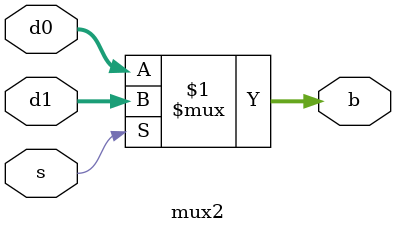
<source format=sv>

module mux2(input logic [3:0] d0, d1,
				input logic s,
				output logic [3:0] b);

	assign b = s ? d1 : d0;
endmodule
</source>
